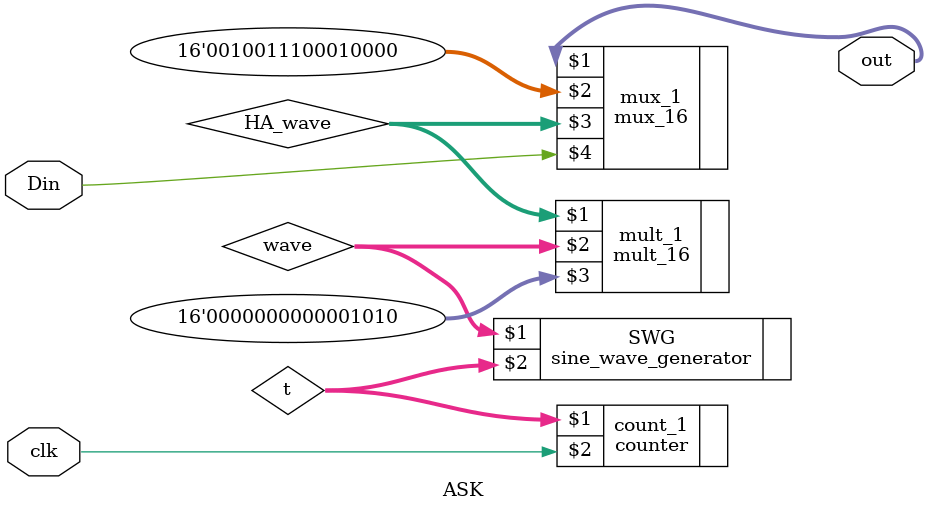
<source format=v>

module ASK(out,Din,clk);                //ASK Modulator
input Din,clk;                          //Din=input data stream 
output [15:0] out;                      //Modulated signal

wire [15:0] wave,HA_wave;               //wave-normal amplitude sinusoidal wave, HA_wave-High amplitude sinusoidal wave
wire [5:0]t;                            //t - running variable(0->63) that selects appropriate sine value from sine wave generator

counter count_1(t,clk);                 //t counts 0->63 based on clk
sine_wave_generator SWG(wave,t);                        //wave=sine value corresponding to t
mult_16 mult_1(HA_wave,wave,16'b0000000000001010);      //HA_wave=10xwave
mux_16 mux_1(out,16'b00010011100010000,HA_wave,Din);                     //Din=1 => High amplitude , Din=0 => Zero amplitude 
endmodule

</source>
